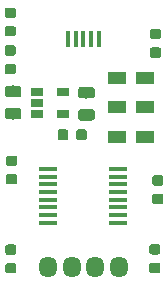
<source format=gtp>
G04 #@! TF.GenerationSoftware,KiCad,Pcbnew,(5.1.2)-1*
G04 #@! TF.CreationDate,2022-09-21T22:05:37+09:00*
G04 #@! TF.ProjectId,converter,636f6e76-6572-4746-9572-2e6b69636164,v2.0*
G04 #@! TF.SameCoordinates,Original*
G04 #@! TF.FileFunction,Paste,Top*
G04 #@! TF.FilePolarity,Positive*
%FSLAX46Y46*%
G04 Gerber Fmt 4.6, Leading zero omitted, Abs format (unit mm)*
G04 Created by KiCad (PCBNEW (5.1.2)-1) date 2022-09-21 22:05:37*
%MOMM*%
%LPD*%
G04 APERTURE LIST*
%ADD10R,1.500000X0.450000*%
%ADD11C,0.100000*%
%ADD12C,0.975000*%
%ADD13C,0.875000*%
%ADD14R,0.400000X1.350000*%
%ADD15R,1.060000X0.650000*%
%ADD16O,1.524000X1.800000*%
%ADD17R,1.600000X1.000000*%
G04 APERTURE END LIST*
D10*
X110900000Y-141743000D03*
X110900000Y-142393000D03*
X110900000Y-143043000D03*
X110900000Y-143693000D03*
X110900000Y-144343000D03*
X110900000Y-144993000D03*
X110900000Y-145643000D03*
X110900000Y-146293000D03*
X105000000Y-146293000D03*
X105000000Y-145643000D03*
X105000000Y-144993000D03*
X105000000Y-144343000D03*
X105000000Y-143693000D03*
X105000000Y-143043000D03*
X105000000Y-142393000D03*
X105000000Y-141743000D03*
D11*
G36*
X102534142Y-136559174D02*
G01*
X102557803Y-136562684D01*
X102581007Y-136568496D01*
X102603529Y-136576554D01*
X102625153Y-136586782D01*
X102645670Y-136599079D01*
X102664883Y-136613329D01*
X102682607Y-136629393D01*
X102698671Y-136647117D01*
X102712921Y-136666330D01*
X102725218Y-136686847D01*
X102735446Y-136708471D01*
X102743504Y-136730993D01*
X102749316Y-136754197D01*
X102752826Y-136777858D01*
X102754000Y-136801750D01*
X102754000Y-137289250D01*
X102752826Y-137313142D01*
X102749316Y-137336803D01*
X102743504Y-137360007D01*
X102735446Y-137382529D01*
X102725218Y-137404153D01*
X102712921Y-137424670D01*
X102698671Y-137443883D01*
X102682607Y-137461607D01*
X102664883Y-137477671D01*
X102645670Y-137491921D01*
X102625153Y-137504218D01*
X102603529Y-137514446D01*
X102581007Y-137522504D01*
X102557803Y-137528316D01*
X102534142Y-137531826D01*
X102510250Y-137533000D01*
X101597750Y-137533000D01*
X101573858Y-137531826D01*
X101550197Y-137528316D01*
X101526993Y-137522504D01*
X101504471Y-137514446D01*
X101482847Y-137504218D01*
X101462330Y-137491921D01*
X101443117Y-137477671D01*
X101425393Y-137461607D01*
X101409329Y-137443883D01*
X101395079Y-137424670D01*
X101382782Y-137404153D01*
X101372554Y-137382529D01*
X101364496Y-137360007D01*
X101358684Y-137336803D01*
X101355174Y-137313142D01*
X101354000Y-137289250D01*
X101354000Y-136801750D01*
X101355174Y-136777858D01*
X101358684Y-136754197D01*
X101364496Y-136730993D01*
X101372554Y-136708471D01*
X101382782Y-136686847D01*
X101395079Y-136666330D01*
X101409329Y-136647117D01*
X101425393Y-136629393D01*
X101443117Y-136613329D01*
X101462330Y-136599079D01*
X101482847Y-136586782D01*
X101504471Y-136576554D01*
X101526993Y-136568496D01*
X101550197Y-136562684D01*
X101573858Y-136559174D01*
X101597750Y-136558000D01*
X102510250Y-136558000D01*
X102534142Y-136559174D01*
X102534142Y-136559174D01*
G37*
D12*
X102054000Y-137045500D03*
D11*
G36*
X102534142Y-134684174D02*
G01*
X102557803Y-134687684D01*
X102581007Y-134693496D01*
X102603529Y-134701554D01*
X102625153Y-134711782D01*
X102645670Y-134724079D01*
X102664883Y-134738329D01*
X102682607Y-134754393D01*
X102698671Y-134772117D01*
X102712921Y-134791330D01*
X102725218Y-134811847D01*
X102735446Y-134833471D01*
X102743504Y-134855993D01*
X102749316Y-134879197D01*
X102752826Y-134902858D01*
X102754000Y-134926750D01*
X102754000Y-135414250D01*
X102752826Y-135438142D01*
X102749316Y-135461803D01*
X102743504Y-135485007D01*
X102735446Y-135507529D01*
X102725218Y-135529153D01*
X102712921Y-135549670D01*
X102698671Y-135568883D01*
X102682607Y-135586607D01*
X102664883Y-135602671D01*
X102645670Y-135616921D01*
X102625153Y-135629218D01*
X102603529Y-135639446D01*
X102581007Y-135647504D01*
X102557803Y-135653316D01*
X102534142Y-135656826D01*
X102510250Y-135658000D01*
X101597750Y-135658000D01*
X101573858Y-135656826D01*
X101550197Y-135653316D01*
X101526993Y-135647504D01*
X101504471Y-135639446D01*
X101482847Y-135629218D01*
X101462330Y-135616921D01*
X101443117Y-135602671D01*
X101425393Y-135586607D01*
X101409329Y-135568883D01*
X101395079Y-135549670D01*
X101382782Y-135529153D01*
X101372554Y-135507529D01*
X101364496Y-135485007D01*
X101358684Y-135461803D01*
X101355174Y-135438142D01*
X101354000Y-135414250D01*
X101354000Y-134926750D01*
X101355174Y-134902858D01*
X101358684Y-134879197D01*
X101364496Y-134855993D01*
X101372554Y-134833471D01*
X101382782Y-134811847D01*
X101395079Y-134791330D01*
X101409329Y-134772117D01*
X101425393Y-134754393D01*
X101443117Y-134738329D01*
X101462330Y-134724079D01*
X101482847Y-134711782D01*
X101504471Y-134701554D01*
X101526993Y-134693496D01*
X101550197Y-134687684D01*
X101573858Y-134684174D01*
X101597750Y-134683000D01*
X102510250Y-134683000D01*
X102534142Y-134684174D01*
X102534142Y-134684174D01*
G37*
D12*
X102054000Y-135170500D03*
D11*
G36*
X106494691Y-138372053D02*
G01*
X106515926Y-138375203D01*
X106536750Y-138380419D01*
X106556962Y-138387651D01*
X106576368Y-138396830D01*
X106594781Y-138407866D01*
X106612024Y-138420654D01*
X106627930Y-138435070D01*
X106642346Y-138450976D01*
X106655134Y-138468219D01*
X106666170Y-138486632D01*
X106675349Y-138506038D01*
X106682581Y-138526250D01*
X106687797Y-138547074D01*
X106690947Y-138568309D01*
X106692000Y-138589750D01*
X106692000Y-139102250D01*
X106690947Y-139123691D01*
X106687797Y-139144926D01*
X106682581Y-139165750D01*
X106675349Y-139185962D01*
X106666170Y-139205368D01*
X106655134Y-139223781D01*
X106642346Y-139241024D01*
X106627930Y-139256930D01*
X106612024Y-139271346D01*
X106594781Y-139284134D01*
X106576368Y-139295170D01*
X106556962Y-139304349D01*
X106536750Y-139311581D01*
X106515926Y-139316797D01*
X106494691Y-139319947D01*
X106473250Y-139321000D01*
X106035750Y-139321000D01*
X106014309Y-139319947D01*
X105993074Y-139316797D01*
X105972250Y-139311581D01*
X105952038Y-139304349D01*
X105932632Y-139295170D01*
X105914219Y-139284134D01*
X105896976Y-139271346D01*
X105881070Y-139256930D01*
X105866654Y-139241024D01*
X105853866Y-139223781D01*
X105842830Y-139205368D01*
X105833651Y-139185962D01*
X105826419Y-139165750D01*
X105821203Y-139144926D01*
X105818053Y-139123691D01*
X105817000Y-139102250D01*
X105817000Y-138589750D01*
X105818053Y-138568309D01*
X105821203Y-138547074D01*
X105826419Y-138526250D01*
X105833651Y-138506038D01*
X105842830Y-138486632D01*
X105853866Y-138468219D01*
X105866654Y-138450976D01*
X105881070Y-138435070D01*
X105896976Y-138420654D01*
X105914219Y-138407866D01*
X105932632Y-138396830D01*
X105952038Y-138387651D01*
X105972250Y-138380419D01*
X105993074Y-138375203D01*
X106014309Y-138372053D01*
X106035750Y-138371000D01*
X106473250Y-138371000D01*
X106494691Y-138372053D01*
X106494691Y-138372053D01*
G37*
D13*
X106254500Y-138846000D03*
D11*
G36*
X108069691Y-138372053D02*
G01*
X108090926Y-138375203D01*
X108111750Y-138380419D01*
X108131962Y-138387651D01*
X108151368Y-138396830D01*
X108169781Y-138407866D01*
X108187024Y-138420654D01*
X108202930Y-138435070D01*
X108217346Y-138450976D01*
X108230134Y-138468219D01*
X108241170Y-138486632D01*
X108250349Y-138506038D01*
X108257581Y-138526250D01*
X108262797Y-138547074D01*
X108265947Y-138568309D01*
X108267000Y-138589750D01*
X108267000Y-139102250D01*
X108265947Y-139123691D01*
X108262797Y-139144926D01*
X108257581Y-139165750D01*
X108250349Y-139185962D01*
X108241170Y-139205368D01*
X108230134Y-139223781D01*
X108217346Y-139241024D01*
X108202930Y-139256930D01*
X108187024Y-139271346D01*
X108169781Y-139284134D01*
X108151368Y-139295170D01*
X108131962Y-139304349D01*
X108111750Y-139311581D01*
X108090926Y-139316797D01*
X108069691Y-139319947D01*
X108048250Y-139321000D01*
X107610750Y-139321000D01*
X107589309Y-139319947D01*
X107568074Y-139316797D01*
X107547250Y-139311581D01*
X107527038Y-139304349D01*
X107507632Y-139295170D01*
X107489219Y-139284134D01*
X107471976Y-139271346D01*
X107456070Y-139256930D01*
X107441654Y-139241024D01*
X107428866Y-139223781D01*
X107417830Y-139205368D01*
X107408651Y-139185962D01*
X107401419Y-139165750D01*
X107396203Y-139144926D01*
X107393053Y-139123691D01*
X107392000Y-139102250D01*
X107392000Y-138589750D01*
X107393053Y-138568309D01*
X107396203Y-138547074D01*
X107401419Y-138526250D01*
X107408651Y-138506038D01*
X107417830Y-138486632D01*
X107428866Y-138468219D01*
X107441654Y-138450976D01*
X107456070Y-138435070D01*
X107471976Y-138420654D01*
X107489219Y-138407866D01*
X107507632Y-138396830D01*
X107527038Y-138387651D01*
X107547250Y-138380419D01*
X107568074Y-138375203D01*
X107589309Y-138372053D01*
X107610750Y-138371000D01*
X108048250Y-138371000D01*
X108069691Y-138372053D01*
X108069691Y-138372053D01*
G37*
D13*
X107829500Y-138846000D03*
D11*
G36*
X108734142Y-136659174D02*
G01*
X108757803Y-136662684D01*
X108781007Y-136668496D01*
X108803529Y-136676554D01*
X108825153Y-136686782D01*
X108845670Y-136699079D01*
X108864883Y-136713329D01*
X108882607Y-136729393D01*
X108898671Y-136747117D01*
X108912921Y-136766330D01*
X108925218Y-136786847D01*
X108935446Y-136808471D01*
X108943504Y-136830993D01*
X108949316Y-136854197D01*
X108952826Y-136877858D01*
X108954000Y-136901750D01*
X108954000Y-137389250D01*
X108952826Y-137413142D01*
X108949316Y-137436803D01*
X108943504Y-137460007D01*
X108935446Y-137482529D01*
X108925218Y-137504153D01*
X108912921Y-137524670D01*
X108898671Y-137543883D01*
X108882607Y-137561607D01*
X108864883Y-137577671D01*
X108845670Y-137591921D01*
X108825153Y-137604218D01*
X108803529Y-137614446D01*
X108781007Y-137622504D01*
X108757803Y-137628316D01*
X108734142Y-137631826D01*
X108710250Y-137633000D01*
X107797750Y-137633000D01*
X107773858Y-137631826D01*
X107750197Y-137628316D01*
X107726993Y-137622504D01*
X107704471Y-137614446D01*
X107682847Y-137604218D01*
X107662330Y-137591921D01*
X107643117Y-137577671D01*
X107625393Y-137561607D01*
X107609329Y-137543883D01*
X107595079Y-137524670D01*
X107582782Y-137504153D01*
X107572554Y-137482529D01*
X107564496Y-137460007D01*
X107558684Y-137436803D01*
X107555174Y-137413142D01*
X107554000Y-137389250D01*
X107554000Y-136901750D01*
X107555174Y-136877858D01*
X107558684Y-136854197D01*
X107564496Y-136830993D01*
X107572554Y-136808471D01*
X107582782Y-136786847D01*
X107595079Y-136766330D01*
X107609329Y-136747117D01*
X107625393Y-136729393D01*
X107643117Y-136713329D01*
X107662330Y-136699079D01*
X107682847Y-136686782D01*
X107704471Y-136676554D01*
X107726993Y-136668496D01*
X107750197Y-136662684D01*
X107773858Y-136659174D01*
X107797750Y-136658000D01*
X108710250Y-136658000D01*
X108734142Y-136659174D01*
X108734142Y-136659174D01*
G37*
D12*
X108254000Y-137145500D03*
D11*
G36*
X108734142Y-134784174D02*
G01*
X108757803Y-134787684D01*
X108781007Y-134793496D01*
X108803529Y-134801554D01*
X108825153Y-134811782D01*
X108845670Y-134824079D01*
X108864883Y-134838329D01*
X108882607Y-134854393D01*
X108898671Y-134872117D01*
X108912921Y-134891330D01*
X108925218Y-134911847D01*
X108935446Y-134933471D01*
X108943504Y-134955993D01*
X108949316Y-134979197D01*
X108952826Y-135002858D01*
X108954000Y-135026750D01*
X108954000Y-135514250D01*
X108952826Y-135538142D01*
X108949316Y-135561803D01*
X108943504Y-135585007D01*
X108935446Y-135607529D01*
X108925218Y-135629153D01*
X108912921Y-135649670D01*
X108898671Y-135668883D01*
X108882607Y-135686607D01*
X108864883Y-135702671D01*
X108845670Y-135716921D01*
X108825153Y-135729218D01*
X108803529Y-135739446D01*
X108781007Y-135747504D01*
X108757803Y-135753316D01*
X108734142Y-135756826D01*
X108710250Y-135758000D01*
X107797750Y-135758000D01*
X107773858Y-135756826D01*
X107750197Y-135753316D01*
X107726993Y-135747504D01*
X107704471Y-135739446D01*
X107682847Y-135729218D01*
X107662330Y-135716921D01*
X107643117Y-135702671D01*
X107625393Y-135686607D01*
X107609329Y-135668883D01*
X107595079Y-135649670D01*
X107582782Y-135629153D01*
X107572554Y-135607529D01*
X107564496Y-135585007D01*
X107558684Y-135561803D01*
X107555174Y-135538142D01*
X107554000Y-135514250D01*
X107554000Y-135026750D01*
X107555174Y-135002858D01*
X107558684Y-134979197D01*
X107564496Y-134955993D01*
X107572554Y-134933471D01*
X107582782Y-134911847D01*
X107595079Y-134891330D01*
X107609329Y-134872117D01*
X107625393Y-134854393D01*
X107643117Y-134838329D01*
X107662330Y-134824079D01*
X107682847Y-134811782D01*
X107704471Y-134801554D01*
X107726993Y-134793496D01*
X107750197Y-134787684D01*
X107773858Y-134784174D01*
X107797750Y-134783000D01*
X108710250Y-134783000D01*
X108734142Y-134784174D01*
X108734142Y-134784174D01*
G37*
D12*
X108254000Y-135270500D03*
D11*
G36*
X102077691Y-129639053D02*
G01*
X102098926Y-129642203D01*
X102119750Y-129647419D01*
X102139962Y-129654651D01*
X102159368Y-129663830D01*
X102177781Y-129674866D01*
X102195024Y-129687654D01*
X102210930Y-129702070D01*
X102225346Y-129717976D01*
X102238134Y-129735219D01*
X102249170Y-129753632D01*
X102258349Y-129773038D01*
X102265581Y-129793250D01*
X102270797Y-129814074D01*
X102273947Y-129835309D01*
X102275000Y-129856750D01*
X102275000Y-130294250D01*
X102273947Y-130315691D01*
X102270797Y-130336926D01*
X102265581Y-130357750D01*
X102258349Y-130377962D01*
X102249170Y-130397368D01*
X102238134Y-130415781D01*
X102225346Y-130433024D01*
X102210930Y-130448930D01*
X102195024Y-130463346D01*
X102177781Y-130476134D01*
X102159368Y-130487170D01*
X102139962Y-130496349D01*
X102119750Y-130503581D01*
X102098926Y-130508797D01*
X102077691Y-130511947D01*
X102056250Y-130513000D01*
X101543750Y-130513000D01*
X101522309Y-130511947D01*
X101501074Y-130508797D01*
X101480250Y-130503581D01*
X101460038Y-130496349D01*
X101440632Y-130487170D01*
X101422219Y-130476134D01*
X101404976Y-130463346D01*
X101389070Y-130448930D01*
X101374654Y-130433024D01*
X101361866Y-130415781D01*
X101350830Y-130397368D01*
X101341651Y-130377962D01*
X101334419Y-130357750D01*
X101329203Y-130336926D01*
X101326053Y-130315691D01*
X101325000Y-130294250D01*
X101325000Y-129856750D01*
X101326053Y-129835309D01*
X101329203Y-129814074D01*
X101334419Y-129793250D01*
X101341651Y-129773038D01*
X101350830Y-129753632D01*
X101361866Y-129735219D01*
X101374654Y-129717976D01*
X101389070Y-129702070D01*
X101404976Y-129687654D01*
X101422219Y-129674866D01*
X101440632Y-129663830D01*
X101460038Y-129654651D01*
X101480250Y-129647419D01*
X101501074Y-129642203D01*
X101522309Y-129639053D01*
X101543750Y-129638000D01*
X102056250Y-129638000D01*
X102077691Y-129639053D01*
X102077691Y-129639053D01*
G37*
D13*
X101800000Y-130075500D03*
D11*
G36*
X102077691Y-128064053D02*
G01*
X102098926Y-128067203D01*
X102119750Y-128072419D01*
X102139962Y-128079651D01*
X102159368Y-128088830D01*
X102177781Y-128099866D01*
X102195024Y-128112654D01*
X102210930Y-128127070D01*
X102225346Y-128142976D01*
X102238134Y-128160219D01*
X102249170Y-128178632D01*
X102258349Y-128198038D01*
X102265581Y-128218250D01*
X102270797Y-128239074D01*
X102273947Y-128260309D01*
X102275000Y-128281750D01*
X102275000Y-128719250D01*
X102273947Y-128740691D01*
X102270797Y-128761926D01*
X102265581Y-128782750D01*
X102258349Y-128802962D01*
X102249170Y-128822368D01*
X102238134Y-128840781D01*
X102225346Y-128858024D01*
X102210930Y-128873930D01*
X102195024Y-128888346D01*
X102177781Y-128901134D01*
X102159368Y-128912170D01*
X102139962Y-128921349D01*
X102119750Y-128928581D01*
X102098926Y-128933797D01*
X102077691Y-128936947D01*
X102056250Y-128938000D01*
X101543750Y-128938000D01*
X101522309Y-128936947D01*
X101501074Y-128933797D01*
X101480250Y-128928581D01*
X101460038Y-128921349D01*
X101440632Y-128912170D01*
X101422219Y-128901134D01*
X101404976Y-128888346D01*
X101389070Y-128873930D01*
X101374654Y-128858024D01*
X101361866Y-128840781D01*
X101350830Y-128822368D01*
X101341651Y-128802962D01*
X101334419Y-128782750D01*
X101329203Y-128761926D01*
X101326053Y-128740691D01*
X101325000Y-128719250D01*
X101325000Y-128281750D01*
X101326053Y-128260309D01*
X101329203Y-128239074D01*
X101334419Y-128218250D01*
X101341651Y-128198038D01*
X101350830Y-128178632D01*
X101361866Y-128160219D01*
X101374654Y-128142976D01*
X101389070Y-128127070D01*
X101404976Y-128112654D01*
X101422219Y-128099866D01*
X101440632Y-128088830D01*
X101460038Y-128079651D01*
X101480250Y-128072419D01*
X101501074Y-128067203D01*
X101522309Y-128064053D01*
X101543750Y-128063000D01*
X102056250Y-128063000D01*
X102077691Y-128064053D01*
X102077691Y-128064053D01*
G37*
D13*
X101800000Y-128500500D03*
D14*
X106700000Y-130700000D03*
X107350000Y-130700000D03*
X108000000Y-130700000D03*
X108650000Y-130700000D03*
X109300000Y-130700000D03*
D11*
G36*
X114377691Y-129864053D02*
G01*
X114398926Y-129867203D01*
X114419750Y-129872419D01*
X114439962Y-129879651D01*
X114459368Y-129888830D01*
X114477781Y-129899866D01*
X114495024Y-129912654D01*
X114510930Y-129927070D01*
X114525346Y-129942976D01*
X114538134Y-129960219D01*
X114549170Y-129978632D01*
X114558349Y-129998038D01*
X114565581Y-130018250D01*
X114570797Y-130039074D01*
X114573947Y-130060309D01*
X114575000Y-130081750D01*
X114575000Y-130519250D01*
X114573947Y-130540691D01*
X114570797Y-130561926D01*
X114565581Y-130582750D01*
X114558349Y-130602962D01*
X114549170Y-130622368D01*
X114538134Y-130640781D01*
X114525346Y-130658024D01*
X114510930Y-130673930D01*
X114495024Y-130688346D01*
X114477781Y-130701134D01*
X114459368Y-130712170D01*
X114439962Y-130721349D01*
X114419750Y-130728581D01*
X114398926Y-130733797D01*
X114377691Y-130736947D01*
X114356250Y-130738000D01*
X113843750Y-130738000D01*
X113822309Y-130736947D01*
X113801074Y-130733797D01*
X113780250Y-130728581D01*
X113760038Y-130721349D01*
X113740632Y-130712170D01*
X113722219Y-130701134D01*
X113704976Y-130688346D01*
X113689070Y-130673930D01*
X113674654Y-130658024D01*
X113661866Y-130640781D01*
X113650830Y-130622368D01*
X113641651Y-130602962D01*
X113634419Y-130582750D01*
X113629203Y-130561926D01*
X113626053Y-130540691D01*
X113625000Y-130519250D01*
X113625000Y-130081750D01*
X113626053Y-130060309D01*
X113629203Y-130039074D01*
X113634419Y-130018250D01*
X113641651Y-129998038D01*
X113650830Y-129978632D01*
X113661866Y-129960219D01*
X113674654Y-129942976D01*
X113689070Y-129927070D01*
X113704976Y-129912654D01*
X113722219Y-129899866D01*
X113740632Y-129888830D01*
X113760038Y-129879651D01*
X113780250Y-129872419D01*
X113801074Y-129867203D01*
X113822309Y-129864053D01*
X113843750Y-129863000D01*
X114356250Y-129863000D01*
X114377691Y-129864053D01*
X114377691Y-129864053D01*
G37*
D13*
X114100000Y-130300500D03*
D11*
G36*
X114377691Y-131439053D02*
G01*
X114398926Y-131442203D01*
X114419750Y-131447419D01*
X114439962Y-131454651D01*
X114459368Y-131463830D01*
X114477781Y-131474866D01*
X114495024Y-131487654D01*
X114510930Y-131502070D01*
X114525346Y-131517976D01*
X114538134Y-131535219D01*
X114549170Y-131553632D01*
X114558349Y-131573038D01*
X114565581Y-131593250D01*
X114570797Y-131614074D01*
X114573947Y-131635309D01*
X114575000Y-131656750D01*
X114575000Y-132094250D01*
X114573947Y-132115691D01*
X114570797Y-132136926D01*
X114565581Y-132157750D01*
X114558349Y-132177962D01*
X114549170Y-132197368D01*
X114538134Y-132215781D01*
X114525346Y-132233024D01*
X114510930Y-132248930D01*
X114495024Y-132263346D01*
X114477781Y-132276134D01*
X114459368Y-132287170D01*
X114439962Y-132296349D01*
X114419750Y-132303581D01*
X114398926Y-132308797D01*
X114377691Y-132311947D01*
X114356250Y-132313000D01*
X113843750Y-132313000D01*
X113822309Y-132311947D01*
X113801074Y-132308797D01*
X113780250Y-132303581D01*
X113760038Y-132296349D01*
X113740632Y-132287170D01*
X113722219Y-132276134D01*
X113704976Y-132263346D01*
X113689070Y-132248930D01*
X113674654Y-132233024D01*
X113661866Y-132215781D01*
X113650830Y-132197368D01*
X113641651Y-132177962D01*
X113634419Y-132157750D01*
X113629203Y-132136926D01*
X113626053Y-132115691D01*
X113625000Y-132094250D01*
X113625000Y-131656750D01*
X113626053Y-131635309D01*
X113629203Y-131614074D01*
X113634419Y-131593250D01*
X113641651Y-131573038D01*
X113650830Y-131553632D01*
X113661866Y-131535219D01*
X113674654Y-131517976D01*
X113689070Y-131502070D01*
X113704976Y-131487654D01*
X113722219Y-131474866D01*
X113740632Y-131463830D01*
X113760038Y-131454651D01*
X113780250Y-131447419D01*
X113801074Y-131442203D01*
X113822309Y-131439053D01*
X113843750Y-131438000D01*
X114356250Y-131438000D01*
X114377691Y-131439053D01*
X114377691Y-131439053D01*
G37*
D13*
X114100000Y-131875500D03*
D11*
G36*
X102077691Y-131264053D02*
G01*
X102098926Y-131267203D01*
X102119750Y-131272419D01*
X102139962Y-131279651D01*
X102159368Y-131288830D01*
X102177781Y-131299866D01*
X102195024Y-131312654D01*
X102210930Y-131327070D01*
X102225346Y-131342976D01*
X102238134Y-131360219D01*
X102249170Y-131378632D01*
X102258349Y-131398038D01*
X102265581Y-131418250D01*
X102270797Y-131439074D01*
X102273947Y-131460309D01*
X102275000Y-131481750D01*
X102275000Y-131919250D01*
X102273947Y-131940691D01*
X102270797Y-131961926D01*
X102265581Y-131982750D01*
X102258349Y-132002962D01*
X102249170Y-132022368D01*
X102238134Y-132040781D01*
X102225346Y-132058024D01*
X102210930Y-132073930D01*
X102195024Y-132088346D01*
X102177781Y-132101134D01*
X102159368Y-132112170D01*
X102139962Y-132121349D01*
X102119750Y-132128581D01*
X102098926Y-132133797D01*
X102077691Y-132136947D01*
X102056250Y-132138000D01*
X101543750Y-132138000D01*
X101522309Y-132136947D01*
X101501074Y-132133797D01*
X101480250Y-132128581D01*
X101460038Y-132121349D01*
X101440632Y-132112170D01*
X101422219Y-132101134D01*
X101404976Y-132088346D01*
X101389070Y-132073930D01*
X101374654Y-132058024D01*
X101361866Y-132040781D01*
X101350830Y-132022368D01*
X101341651Y-132002962D01*
X101334419Y-131982750D01*
X101329203Y-131961926D01*
X101326053Y-131940691D01*
X101325000Y-131919250D01*
X101325000Y-131481750D01*
X101326053Y-131460309D01*
X101329203Y-131439074D01*
X101334419Y-131418250D01*
X101341651Y-131398038D01*
X101350830Y-131378632D01*
X101361866Y-131360219D01*
X101374654Y-131342976D01*
X101389070Y-131327070D01*
X101404976Y-131312654D01*
X101422219Y-131299866D01*
X101440632Y-131288830D01*
X101460038Y-131279651D01*
X101480250Y-131272419D01*
X101501074Y-131267203D01*
X101522309Y-131264053D01*
X101543750Y-131263000D01*
X102056250Y-131263000D01*
X102077691Y-131264053D01*
X102077691Y-131264053D01*
G37*
D13*
X101800000Y-131700500D03*
D11*
G36*
X102077691Y-132839053D02*
G01*
X102098926Y-132842203D01*
X102119750Y-132847419D01*
X102139962Y-132854651D01*
X102159368Y-132863830D01*
X102177781Y-132874866D01*
X102195024Y-132887654D01*
X102210930Y-132902070D01*
X102225346Y-132917976D01*
X102238134Y-132935219D01*
X102249170Y-132953632D01*
X102258349Y-132973038D01*
X102265581Y-132993250D01*
X102270797Y-133014074D01*
X102273947Y-133035309D01*
X102275000Y-133056750D01*
X102275000Y-133494250D01*
X102273947Y-133515691D01*
X102270797Y-133536926D01*
X102265581Y-133557750D01*
X102258349Y-133577962D01*
X102249170Y-133597368D01*
X102238134Y-133615781D01*
X102225346Y-133633024D01*
X102210930Y-133648930D01*
X102195024Y-133663346D01*
X102177781Y-133676134D01*
X102159368Y-133687170D01*
X102139962Y-133696349D01*
X102119750Y-133703581D01*
X102098926Y-133708797D01*
X102077691Y-133711947D01*
X102056250Y-133713000D01*
X101543750Y-133713000D01*
X101522309Y-133711947D01*
X101501074Y-133708797D01*
X101480250Y-133703581D01*
X101460038Y-133696349D01*
X101440632Y-133687170D01*
X101422219Y-133676134D01*
X101404976Y-133663346D01*
X101389070Y-133648930D01*
X101374654Y-133633024D01*
X101361866Y-133615781D01*
X101350830Y-133597368D01*
X101341651Y-133577962D01*
X101334419Y-133557750D01*
X101329203Y-133536926D01*
X101326053Y-133515691D01*
X101325000Y-133494250D01*
X101325000Y-133056750D01*
X101326053Y-133035309D01*
X101329203Y-133014074D01*
X101334419Y-132993250D01*
X101341651Y-132973038D01*
X101350830Y-132953632D01*
X101361866Y-132935219D01*
X101374654Y-132917976D01*
X101389070Y-132902070D01*
X101404976Y-132887654D01*
X101422219Y-132874866D01*
X101440632Y-132863830D01*
X101460038Y-132854651D01*
X101480250Y-132847419D01*
X101501074Y-132842203D01*
X101522309Y-132839053D01*
X101543750Y-132838000D01*
X102056250Y-132838000D01*
X102077691Y-132839053D01*
X102077691Y-132839053D01*
G37*
D13*
X101800000Y-133275500D03*
D15*
X104054000Y-135196000D03*
X104054000Y-136146000D03*
X104054000Y-137096000D03*
X106254000Y-137096000D03*
X106254000Y-135196000D03*
D16*
X111000000Y-150000000D03*
X109000000Y-150000000D03*
X107000000Y-150000000D03*
X105000000Y-150000000D03*
D11*
G36*
X102201691Y-142173053D02*
G01*
X102222926Y-142176203D01*
X102243750Y-142181419D01*
X102263962Y-142188651D01*
X102283368Y-142197830D01*
X102301781Y-142208866D01*
X102319024Y-142221654D01*
X102334930Y-142236070D01*
X102349346Y-142251976D01*
X102362134Y-142269219D01*
X102373170Y-142287632D01*
X102382349Y-142307038D01*
X102389581Y-142327250D01*
X102394797Y-142348074D01*
X102397947Y-142369309D01*
X102399000Y-142390750D01*
X102399000Y-142828250D01*
X102397947Y-142849691D01*
X102394797Y-142870926D01*
X102389581Y-142891750D01*
X102382349Y-142911962D01*
X102373170Y-142931368D01*
X102362134Y-142949781D01*
X102349346Y-142967024D01*
X102334930Y-142982930D01*
X102319024Y-142997346D01*
X102301781Y-143010134D01*
X102283368Y-143021170D01*
X102263962Y-143030349D01*
X102243750Y-143037581D01*
X102222926Y-143042797D01*
X102201691Y-143045947D01*
X102180250Y-143047000D01*
X101667750Y-143047000D01*
X101646309Y-143045947D01*
X101625074Y-143042797D01*
X101604250Y-143037581D01*
X101584038Y-143030349D01*
X101564632Y-143021170D01*
X101546219Y-143010134D01*
X101528976Y-142997346D01*
X101513070Y-142982930D01*
X101498654Y-142967024D01*
X101485866Y-142949781D01*
X101474830Y-142931368D01*
X101465651Y-142911962D01*
X101458419Y-142891750D01*
X101453203Y-142870926D01*
X101450053Y-142849691D01*
X101449000Y-142828250D01*
X101449000Y-142390750D01*
X101450053Y-142369309D01*
X101453203Y-142348074D01*
X101458419Y-142327250D01*
X101465651Y-142307038D01*
X101474830Y-142287632D01*
X101485866Y-142269219D01*
X101498654Y-142251976D01*
X101513070Y-142236070D01*
X101528976Y-142221654D01*
X101546219Y-142208866D01*
X101564632Y-142197830D01*
X101584038Y-142188651D01*
X101604250Y-142181419D01*
X101625074Y-142176203D01*
X101646309Y-142173053D01*
X101667750Y-142172000D01*
X102180250Y-142172000D01*
X102201691Y-142173053D01*
X102201691Y-142173053D01*
G37*
D13*
X101924000Y-142609500D03*
D11*
G36*
X102201691Y-140598053D02*
G01*
X102222926Y-140601203D01*
X102243750Y-140606419D01*
X102263962Y-140613651D01*
X102283368Y-140622830D01*
X102301781Y-140633866D01*
X102319024Y-140646654D01*
X102334930Y-140661070D01*
X102349346Y-140676976D01*
X102362134Y-140694219D01*
X102373170Y-140712632D01*
X102382349Y-140732038D01*
X102389581Y-140752250D01*
X102394797Y-140773074D01*
X102397947Y-140794309D01*
X102399000Y-140815750D01*
X102399000Y-141253250D01*
X102397947Y-141274691D01*
X102394797Y-141295926D01*
X102389581Y-141316750D01*
X102382349Y-141336962D01*
X102373170Y-141356368D01*
X102362134Y-141374781D01*
X102349346Y-141392024D01*
X102334930Y-141407930D01*
X102319024Y-141422346D01*
X102301781Y-141435134D01*
X102283368Y-141446170D01*
X102263962Y-141455349D01*
X102243750Y-141462581D01*
X102222926Y-141467797D01*
X102201691Y-141470947D01*
X102180250Y-141472000D01*
X101667750Y-141472000D01*
X101646309Y-141470947D01*
X101625074Y-141467797D01*
X101604250Y-141462581D01*
X101584038Y-141455349D01*
X101564632Y-141446170D01*
X101546219Y-141435134D01*
X101528976Y-141422346D01*
X101513070Y-141407930D01*
X101498654Y-141392024D01*
X101485866Y-141374781D01*
X101474830Y-141356368D01*
X101465651Y-141336962D01*
X101458419Y-141316750D01*
X101453203Y-141295926D01*
X101450053Y-141274691D01*
X101449000Y-141253250D01*
X101449000Y-140815750D01*
X101450053Y-140794309D01*
X101453203Y-140773074D01*
X101458419Y-140752250D01*
X101465651Y-140732038D01*
X101474830Y-140712632D01*
X101485866Y-140694219D01*
X101498654Y-140676976D01*
X101513070Y-140661070D01*
X101528976Y-140646654D01*
X101546219Y-140633866D01*
X101564632Y-140622830D01*
X101584038Y-140613651D01*
X101604250Y-140606419D01*
X101625074Y-140601203D01*
X101646309Y-140598053D01*
X101667750Y-140597000D01*
X102180250Y-140597000D01*
X102201691Y-140598053D01*
X102201691Y-140598053D01*
G37*
D13*
X101924000Y-141034500D03*
D11*
G36*
X102131691Y-149703053D02*
G01*
X102152926Y-149706203D01*
X102173750Y-149711419D01*
X102193962Y-149718651D01*
X102213368Y-149727830D01*
X102231781Y-149738866D01*
X102249024Y-149751654D01*
X102264930Y-149766070D01*
X102279346Y-149781976D01*
X102292134Y-149799219D01*
X102303170Y-149817632D01*
X102312349Y-149837038D01*
X102319581Y-149857250D01*
X102324797Y-149878074D01*
X102327947Y-149899309D01*
X102329000Y-149920750D01*
X102329000Y-150358250D01*
X102327947Y-150379691D01*
X102324797Y-150400926D01*
X102319581Y-150421750D01*
X102312349Y-150441962D01*
X102303170Y-150461368D01*
X102292134Y-150479781D01*
X102279346Y-150497024D01*
X102264930Y-150512930D01*
X102249024Y-150527346D01*
X102231781Y-150540134D01*
X102213368Y-150551170D01*
X102193962Y-150560349D01*
X102173750Y-150567581D01*
X102152926Y-150572797D01*
X102131691Y-150575947D01*
X102110250Y-150577000D01*
X101597750Y-150577000D01*
X101576309Y-150575947D01*
X101555074Y-150572797D01*
X101534250Y-150567581D01*
X101514038Y-150560349D01*
X101494632Y-150551170D01*
X101476219Y-150540134D01*
X101458976Y-150527346D01*
X101443070Y-150512930D01*
X101428654Y-150497024D01*
X101415866Y-150479781D01*
X101404830Y-150461368D01*
X101395651Y-150441962D01*
X101388419Y-150421750D01*
X101383203Y-150400926D01*
X101380053Y-150379691D01*
X101379000Y-150358250D01*
X101379000Y-149920750D01*
X101380053Y-149899309D01*
X101383203Y-149878074D01*
X101388419Y-149857250D01*
X101395651Y-149837038D01*
X101404830Y-149817632D01*
X101415866Y-149799219D01*
X101428654Y-149781976D01*
X101443070Y-149766070D01*
X101458976Y-149751654D01*
X101476219Y-149738866D01*
X101494632Y-149727830D01*
X101514038Y-149718651D01*
X101534250Y-149711419D01*
X101555074Y-149706203D01*
X101576309Y-149703053D01*
X101597750Y-149702000D01*
X102110250Y-149702000D01*
X102131691Y-149703053D01*
X102131691Y-149703053D01*
G37*
D13*
X101854000Y-150139500D03*
D11*
G36*
X102131691Y-148128053D02*
G01*
X102152926Y-148131203D01*
X102173750Y-148136419D01*
X102193962Y-148143651D01*
X102213368Y-148152830D01*
X102231781Y-148163866D01*
X102249024Y-148176654D01*
X102264930Y-148191070D01*
X102279346Y-148206976D01*
X102292134Y-148224219D01*
X102303170Y-148242632D01*
X102312349Y-148262038D01*
X102319581Y-148282250D01*
X102324797Y-148303074D01*
X102327947Y-148324309D01*
X102329000Y-148345750D01*
X102329000Y-148783250D01*
X102327947Y-148804691D01*
X102324797Y-148825926D01*
X102319581Y-148846750D01*
X102312349Y-148866962D01*
X102303170Y-148886368D01*
X102292134Y-148904781D01*
X102279346Y-148922024D01*
X102264930Y-148937930D01*
X102249024Y-148952346D01*
X102231781Y-148965134D01*
X102213368Y-148976170D01*
X102193962Y-148985349D01*
X102173750Y-148992581D01*
X102152926Y-148997797D01*
X102131691Y-149000947D01*
X102110250Y-149002000D01*
X101597750Y-149002000D01*
X101576309Y-149000947D01*
X101555074Y-148997797D01*
X101534250Y-148992581D01*
X101514038Y-148985349D01*
X101494632Y-148976170D01*
X101476219Y-148965134D01*
X101458976Y-148952346D01*
X101443070Y-148937930D01*
X101428654Y-148922024D01*
X101415866Y-148904781D01*
X101404830Y-148886368D01*
X101395651Y-148866962D01*
X101388419Y-148846750D01*
X101383203Y-148825926D01*
X101380053Y-148804691D01*
X101379000Y-148783250D01*
X101379000Y-148345750D01*
X101380053Y-148324309D01*
X101383203Y-148303074D01*
X101388419Y-148282250D01*
X101395651Y-148262038D01*
X101404830Y-148242632D01*
X101415866Y-148224219D01*
X101428654Y-148206976D01*
X101443070Y-148191070D01*
X101458976Y-148176654D01*
X101476219Y-148163866D01*
X101494632Y-148152830D01*
X101514038Y-148143651D01*
X101534250Y-148136419D01*
X101555074Y-148131203D01*
X101576309Y-148128053D01*
X101597750Y-148127000D01*
X102110250Y-148127000D01*
X102131691Y-148128053D01*
X102131691Y-148128053D01*
G37*
D13*
X101854000Y-148564500D03*
D11*
G36*
X114323691Y-149677053D02*
G01*
X114344926Y-149680203D01*
X114365750Y-149685419D01*
X114385962Y-149692651D01*
X114405368Y-149701830D01*
X114423781Y-149712866D01*
X114441024Y-149725654D01*
X114456930Y-149740070D01*
X114471346Y-149755976D01*
X114484134Y-149773219D01*
X114495170Y-149791632D01*
X114504349Y-149811038D01*
X114511581Y-149831250D01*
X114516797Y-149852074D01*
X114519947Y-149873309D01*
X114521000Y-149894750D01*
X114521000Y-150332250D01*
X114519947Y-150353691D01*
X114516797Y-150374926D01*
X114511581Y-150395750D01*
X114504349Y-150415962D01*
X114495170Y-150435368D01*
X114484134Y-150453781D01*
X114471346Y-150471024D01*
X114456930Y-150486930D01*
X114441024Y-150501346D01*
X114423781Y-150514134D01*
X114405368Y-150525170D01*
X114385962Y-150534349D01*
X114365750Y-150541581D01*
X114344926Y-150546797D01*
X114323691Y-150549947D01*
X114302250Y-150551000D01*
X113789750Y-150551000D01*
X113768309Y-150549947D01*
X113747074Y-150546797D01*
X113726250Y-150541581D01*
X113706038Y-150534349D01*
X113686632Y-150525170D01*
X113668219Y-150514134D01*
X113650976Y-150501346D01*
X113635070Y-150486930D01*
X113620654Y-150471024D01*
X113607866Y-150453781D01*
X113596830Y-150435368D01*
X113587651Y-150415962D01*
X113580419Y-150395750D01*
X113575203Y-150374926D01*
X113572053Y-150353691D01*
X113571000Y-150332250D01*
X113571000Y-149894750D01*
X113572053Y-149873309D01*
X113575203Y-149852074D01*
X113580419Y-149831250D01*
X113587651Y-149811038D01*
X113596830Y-149791632D01*
X113607866Y-149773219D01*
X113620654Y-149755976D01*
X113635070Y-149740070D01*
X113650976Y-149725654D01*
X113668219Y-149712866D01*
X113686632Y-149701830D01*
X113706038Y-149692651D01*
X113726250Y-149685419D01*
X113747074Y-149680203D01*
X113768309Y-149677053D01*
X113789750Y-149676000D01*
X114302250Y-149676000D01*
X114323691Y-149677053D01*
X114323691Y-149677053D01*
G37*
D13*
X114046000Y-150113500D03*
D11*
G36*
X114323691Y-148102053D02*
G01*
X114344926Y-148105203D01*
X114365750Y-148110419D01*
X114385962Y-148117651D01*
X114405368Y-148126830D01*
X114423781Y-148137866D01*
X114441024Y-148150654D01*
X114456930Y-148165070D01*
X114471346Y-148180976D01*
X114484134Y-148198219D01*
X114495170Y-148216632D01*
X114504349Y-148236038D01*
X114511581Y-148256250D01*
X114516797Y-148277074D01*
X114519947Y-148298309D01*
X114521000Y-148319750D01*
X114521000Y-148757250D01*
X114519947Y-148778691D01*
X114516797Y-148799926D01*
X114511581Y-148820750D01*
X114504349Y-148840962D01*
X114495170Y-148860368D01*
X114484134Y-148878781D01*
X114471346Y-148896024D01*
X114456930Y-148911930D01*
X114441024Y-148926346D01*
X114423781Y-148939134D01*
X114405368Y-148950170D01*
X114385962Y-148959349D01*
X114365750Y-148966581D01*
X114344926Y-148971797D01*
X114323691Y-148974947D01*
X114302250Y-148976000D01*
X113789750Y-148976000D01*
X113768309Y-148974947D01*
X113747074Y-148971797D01*
X113726250Y-148966581D01*
X113706038Y-148959349D01*
X113686632Y-148950170D01*
X113668219Y-148939134D01*
X113650976Y-148926346D01*
X113635070Y-148911930D01*
X113620654Y-148896024D01*
X113607866Y-148878781D01*
X113596830Y-148860368D01*
X113587651Y-148840962D01*
X113580419Y-148820750D01*
X113575203Y-148799926D01*
X113572053Y-148778691D01*
X113571000Y-148757250D01*
X113571000Y-148319750D01*
X113572053Y-148298309D01*
X113575203Y-148277074D01*
X113580419Y-148256250D01*
X113587651Y-148236038D01*
X113596830Y-148216632D01*
X113607866Y-148198219D01*
X113620654Y-148180976D01*
X113635070Y-148165070D01*
X113650976Y-148150654D01*
X113668219Y-148137866D01*
X113686632Y-148126830D01*
X113706038Y-148117651D01*
X113726250Y-148110419D01*
X113747074Y-148105203D01*
X113768309Y-148102053D01*
X113789750Y-148101000D01*
X114302250Y-148101000D01*
X114323691Y-148102053D01*
X114323691Y-148102053D01*
G37*
D13*
X114046000Y-148538500D03*
D17*
X110800000Y-139000000D03*
X110800000Y-136500000D03*
X110800000Y-134000000D03*
X113200000Y-139000000D03*
X113200000Y-136500000D03*
X113200000Y-134000000D03*
D11*
G36*
X114577691Y-143839053D02*
G01*
X114598926Y-143842203D01*
X114619750Y-143847419D01*
X114639962Y-143854651D01*
X114659368Y-143863830D01*
X114677781Y-143874866D01*
X114695024Y-143887654D01*
X114710930Y-143902070D01*
X114725346Y-143917976D01*
X114738134Y-143935219D01*
X114749170Y-143953632D01*
X114758349Y-143973038D01*
X114765581Y-143993250D01*
X114770797Y-144014074D01*
X114773947Y-144035309D01*
X114775000Y-144056750D01*
X114775000Y-144494250D01*
X114773947Y-144515691D01*
X114770797Y-144536926D01*
X114765581Y-144557750D01*
X114758349Y-144577962D01*
X114749170Y-144597368D01*
X114738134Y-144615781D01*
X114725346Y-144633024D01*
X114710930Y-144648930D01*
X114695024Y-144663346D01*
X114677781Y-144676134D01*
X114659368Y-144687170D01*
X114639962Y-144696349D01*
X114619750Y-144703581D01*
X114598926Y-144708797D01*
X114577691Y-144711947D01*
X114556250Y-144713000D01*
X114043750Y-144713000D01*
X114022309Y-144711947D01*
X114001074Y-144708797D01*
X113980250Y-144703581D01*
X113960038Y-144696349D01*
X113940632Y-144687170D01*
X113922219Y-144676134D01*
X113904976Y-144663346D01*
X113889070Y-144648930D01*
X113874654Y-144633024D01*
X113861866Y-144615781D01*
X113850830Y-144597368D01*
X113841651Y-144577962D01*
X113834419Y-144557750D01*
X113829203Y-144536926D01*
X113826053Y-144515691D01*
X113825000Y-144494250D01*
X113825000Y-144056750D01*
X113826053Y-144035309D01*
X113829203Y-144014074D01*
X113834419Y-143993250D01*
X113841651Y-143973038D01*
X113850830Y-143953632D01*
X113861866Y-143935219D01*
X113874654Y-143917976D01*
X113889070Y-143902070D01*
X113904976Y-143887654D01*
X113922219Y-143874866D01*
X113940632Y-143863830D01*
X113960038Y-143854651D01*
X113980250Y-143847419D01*
X114001074Y-143842203D01*
X114022309Y-143839053D01*
X114043750Y-143838000D01*
X114556250Y-143838000D01*
X114577691Y-143839053D01*
X114577691Y-143839053D01*
G37*
D13*
X114300000Y-144275500D03*
D11*
G36*
X114577691Y-142264053D02*
G01*
X114598926Y-142267203D01*
X114619750Y-142272419D01*
X114639962Y-142279651D01*
X114659368Y-142288830D01*
X114677781Y-142299866D01*
X114695024Y-142312654D01*
X114710930Y-142327070D01*
X114725346Y-142342976D01*
X114738134Y-142360219D01*
X114749170Y-142378632D01*
X114758349Y-142398038D01*
X114765581Y-142418250D01*
X114770797Y-142439074D01*
X114773947Y-142460309D01*
X114775000Y-142481750D01*
X114775000Y-142919250D01*
X114773947Y-142940691D01*
X114770797Y-142961926D01*
X114765581Y-142982750D01*
X114758349Y-143002962D01*
X114749170Y-143022368D01*
X114738134Y-143040781D01*
X114725346Y-143058024D01*
X114710930Y-143073930D01*
X114695024Y-143088346D01*
X114677781Y-143101134D01*
X114659368Y-143112170D01*
X114639962Y-143121349D01*
X114619750Y-143128581D01*
X114598926Y-143133797D01*
X114577691Y-143136947D01*
X114556250Y-143138000D01*
X114043750Y-143138000D01*
X114022309Y-143136947D01*
X114001074Y-143133797D01*
X113980250Y-143128581D01*
X113960038Y-143121349D01*
X113940632Y-143112170D01*
X113922219Y-143101134D01*
X113904976Y-143088346D01*
X113889070Y-143073930D01*
X113874654Y-143058024D01*
X113861866Y-143040781D01*
X113850830Y-143022368D01*
X113841651Y-143002962D01*
X113834419Y-142982750D01*
X113829203Y-142961926D01*
X113826053Y-142940691D01*
X113825000Y-142919250D01*
X113825000Y-142481750D01*
X113826053Y-142460309D01*
X113829203Y-142439074D01*
X113834419Y-142418250D01*
X113841651Y-142398038D01*
X113850830Y-142378632D01*
X113861866Y-142360219D01*
X113874654Y-142342976D01*
X113889070Y-142327070D01*
X113904976Y-142312654D01*
X113922219Y-142299866D01*
X113940632Y-142288830D01*
X113960038Y-142279651D01*
X113980250Y-142272419D01*
X114001074Y-142267203D01*
X114022309Y-142264053D01*
X114043750Y-142263000D01*
X114556250Y-142263000D01*
X114577691Y-142264053D01*
X114577691Y-142264053D01*
G37*
D13*
X114300000Y-142700500D03*
M02*

</source>
